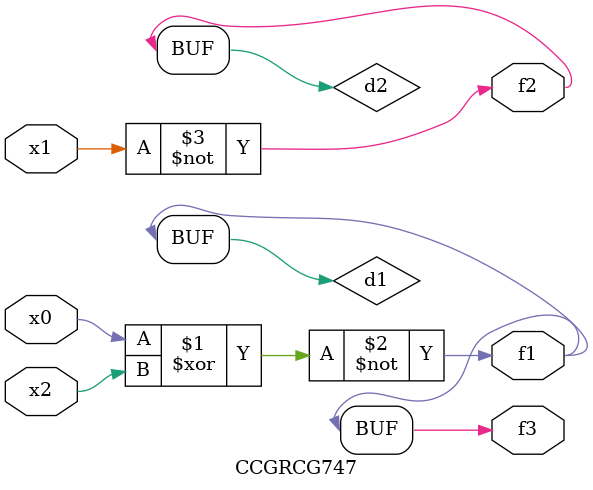
<source format=v>
module CCGRCG747(
	input x0, x1, x2,
	output f1, f2, f3
);

	wire d1, d2, d3;

	xnor (d1, x0, x2);
	nand (d2, x1);
	nor (d3, x1, x2);
	assign f1 = d1;
	assign f2 = d2;
	assign f3 = d1;
endmodule

</source>
